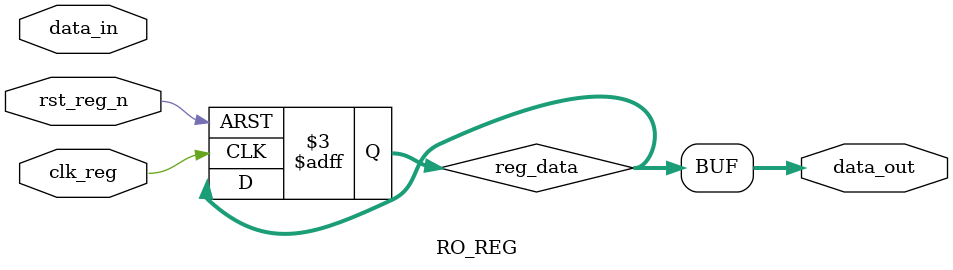
<source format=v>
module RO_REG #(
    parameter DATA_W = 32,
    parameter DEFAULT_VALUE = 32'b0
)(
    input  wire              clk_reg,
    input  wire              rst_reg_n,

    input  wire [DATA_W-1:0] data_in,
    output wire [DATA_W-1:0] data_out
);
localparam DLY = 0.1;
reg [DATA_W-1:0] reg_data;
always @ (posedge clk_reg or negedge rst_reg_n) begin
    if(~rst_reg_n) begin
        reg_data <= #DLY DEFAULT_VALUE;
    end
end
assign data_out = reg_data;

endmodule

</source>
